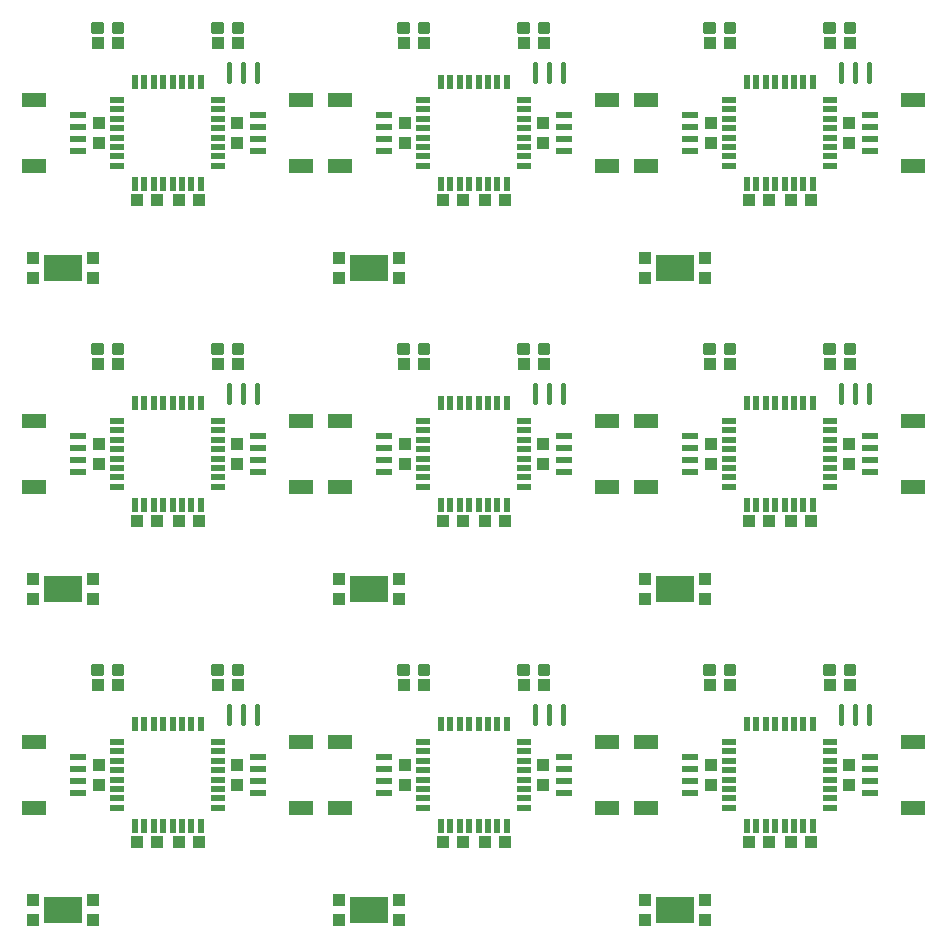
<source format=gtp>
G75*
%MOIN*%
%OFA0B0*%
%FSLAX25Y25*%
%IPPOS*%
%LPD*%
%AMOC8*
5,1,8,0,0,1.08239X$1,22.5*
%
%ADD10R,0.04331X0.03937*%
%ADD11R,0.03937X0.04331*%
%ADD12C,0.01181*%
%ADD13C,0.01772*%
%ADD14R,0.07874X0.04724*%
%ADD15R,0.05315X0.02362*%
%ADD16R,0.13000X0.08800*%
%ADD17R,0.05000X0.02200*%
%ADD18R,0.02200X0.05000*%
D10*
X0066154Y0059000D03*
X0072846Y0059000D03*
X0080154Y0059000D03*
X0086846Y0059000D03*
X0093154Y0111500D03*
X0099846Y0111500D03*
X0059846Y0111500D03*
X0053154Y0111500D03*
X0066154Y0166000D03*
X0072846Y0166000D03*
X0080154Y0166000D03*
X0086846Y0166000D03*
X0093154Y0218500D03*
X0099846Y0218500D03*
X0059846Y0218500D03*
X0053154Y0218500D03*
X0066154Y0273000D03*
X0072846Y0273000D03*
X0080154Y0273000D03*
X0086846Y0273000D03*
X0093154Y0325500D03*
X0099846Y0325500D03*
X0059846Y0325500D03*
X0053154Y0325500D03*
X0155154Y0325500D03*
X0161846Y0325500D03*
X0195154Y0325500D03*
X0201846Y0325500D03*
X0257154Y0325500D03*
X0263846Y0325500D03*
X0297154Y0325500D03*
X0303846Y0325500D03*
X0290846Y0273000D03*
X0284154Y0273000D03*
X0276846Y0273000D03*
X0270154Y0273000D03*
X0263846Y0218500D03*
X0257154Y0218500D03*
X0297154Y0218500D03*
X0303846Y0218500D03*
X0290846Y0166000D03*
X0284154Y0166000D03*
X0276846Y0166000D03*
X0270154Y0166000D03*
X0263846Y0111500D03*
X0257154Y0111500D03*
X0297154Y0111500D03*
X0303846Y0111500D03*
X0290846Y0059000D03*
X0284154Y0059000D03*
X0276846Y0059000D03*
X0270154Y0059000D03*
X0201846Y0111500D03*
X0195154Y0111500D03*
X0161846Y0111500D03*
X0155154Y0111500D03*
X0168154Y0059000D03*
X0174846Y0059000D03*
X0182154Y0059000D03*
X0188846Y0059000D03*
X0188846Y0166000D03*
X0182154Y0166000D03*
X0174846Y0166000D03*
X0168154Y0166000D03*
X0161846Y0218500D03*
X0155154Y0218500D03*
X0195154Y0218500D03*
X0201846Y0218500D03*
X0188846Y0273000D03*
X0182154Y0273000D03*
X0174846Y0273000D03*
X0168154Y0273000D03*
D11*
X0031500Y0033154D03*
X0031500Y0039846D03*
X0051500Y0039846D03*
X0051500Y0033154D03*
X0053500Y0078154D03*
X0053500Y0084846D03*
X0099500Y0084846D03*
X0099500Y0078154D03*
X0133500Y0039846D03*
X0133500Y0033154D03*
X0153500Y0033154D03*
X0153500Y0039846D03*
X0155500Y0078154D03*
X0155500Y0084846D03*
X0201500Y0084846D03*
X0201500Y0078154D03*
X0235500Y0039846D03*
X0235500Y0033154D03*
X0255500Y0033154D03*
X0255500Y0039846D03*
X0257500Y0078154D03*
X0257500Y0084846D03*
X0303500Y0084846D03*
X0303500Y0078154D03*
X0255500Y0140154D03*
X0255500Y0146846D03*
X0235500Y0146846D03*
X0235500Y0140154D03*
X0257500Y0185154D03*
X0257500Y0191846D03*
X0303500Y0191846D03*
X0303500Y0185154D03*
X0255500Y0247154D03*
X0255500Y0253846D03*
X0235500Y0253846D03*
X0235500Y0247154D03*
X0257500Y0292154D03*
X0257500Y0298846D03*
X0303500Y0298846D03*
X0303500Y0292154D03*
X0201500Y0292154D03*
X0201500Y0298846D03*
X0155500Y0298846D03*
X0155500Y0292154D03*
X0153500Y0253846D03*
X0153500Y0247154D03*
X0133500Y0247154D03*
X0133500Y0253846D03*
X0099500Y0292154D03*
X0099500Y0298846D03*
X0053500Y0298846D03*
X0053500Y0292154D03*
X0051500Y0253846D03*
X0051500Y0247154D03*
X0031500Y0247154D03*
X0031500Y0253846D03*
X0053500Y0191846D03*
X0053500Y0185154D03*
X0051500Y0146846D03*
X0051500Y0140154D03*
X0031500Y0140154D03*
X0031500Y0146846D03*
X0099500Y0185154D03*
X0099500Y0191846D03*
X0133500Y0146846D03*
X0133500Y0140154D03*
X0153500Y0140154D03*
X0153500Y0146846D03*
X0155500Y0185154D03*
X0155500Y0191846D03*
X0201500Y0191846D03*
X0201500Y0185154D03*
D12*
X0203331Y0222122D02*
X0203331Y0224878D01*
X0203331Y0222122D02*
X0200575Y0222122D01*
X0200575Y0224878D01*
X0203331Y0224878D01*
X0203331Y0223302D02*
X0200575Y0223302D01*
X0200575Y0224482D02*
X0203331Y0224482D01*
X0196425Y0224878D02*
X0196425Y0222122D01*
X0193669Y0222122D01*
X0193669Y0224878D01*
X0196425Y0224878D01*
X0196425Y0223302D02*
X0193669Y0223302D01*
X0193669Y0224482D02*
X0196425Y0224482D01*
X0160575Y0224878D02*
X0160575Y0222122D01*
X0160575Y0224878D02*
X0163331Y0224878D01*
X0163331Y0222122D01*
X0160575Y0222122D01*
X0160575Y0223302D02*
X0163331Y0223302D01*
X0163331Y0224482D02*
X0160575Y0224482D01*
X0153669Y0224878D02*
X0153669Y0222122D01*
X0153669Y0224878D02*
X0156425Y0224878D01*
X0156425Y0222122D01*
X0153669Y0222122D01*
X0153669Y0223302D02*
X0156425Y0223302D01*
X0156425Y0224482D02*
X0153669Y0224482D01*
X0101331Y0224878D02*
X0101331Y0222122D01*
X0098575Y0222122D01*
X0098575Y0224878D01*
X0101331Y0224878D01*
X0101331Y0223302D02*
X0098575Y0223302D01*
X0098575Y0224482D02*
X0101331Y0224482D01*
X0094425Y0224878D02*
X0094425Y0222122D01*
X0091669Y0222122D01*
X0091669Y0224878D01*
X0094425Y0224878D01*
X0094425Y0223302D02*
X0091669Y0223302D01*
X0091669Y0224482D02*
X0094425Y0224482D01*
X0058575Y0224878D02*
X0058575Y0222122D01*
X0058575Y0224878D02*
X0061331Y0224878D01*
X0061331Y0222122D01*
X0058575Y0222122D01*
X0058575Y0223302D02*
X0061331Y0223302D01*
X0061331Y0224482D02*
X0058575Y0224482D01*
X0051669Y0224878D02*
X0051669Y0222122D01*
X0051669Y0224878D02*
X0054425Y0224878D01*
X0054425Y0222122D01*
X0051669Y0222122D01*
X0051669Y0223302D02*
X0054425Y0223302D01*
X0054425Y0224482D02*
X0051669Y0224482D01*
X0051669Y0329122D02*
X0051669Y0331878D01*
X0054425Y0331878D01*
X0054425Y0329122D01*
X0051669Y0329122D01*
X0051669Y0330302D02*
X0054425Y0330302D01*
X0054425Y0331482D02*
X0051669Y0331482D01*
X0058575Y0331878D02*
X0058575Y0329122D01*
X0058575Y0331878D02*
X0061331Y0331878D01*
X0061331Y0329122D01*
X0058575Y0329122D01*
X0058575Y0330302D02*
X0061331Y0330302D01*
X0061331Y0331482D02*
X0058575Y0331482D01*
X0094425Y0331878D02*
X0094425Y0329122D01*
X0091669Y0329122D01*
X0091669Y0331878D01*
X0094425Y0331878D01*
X0094425Y0330302D02*
X0091669Y0330302D01*
X0091669Y0331482D02*
X0094425Y0331482D01*
X0101331Y0331878D02*
X0101331Y0329122D01*
X0098575Y0329122D01*
X0098575Y0331878D01*
X0101331Y0331878D01*
X0101331Y0330302D02*
X0098575Y0330302D01*
X0098575Y0331482D02*
X0101331Y0331482D01*
X0153669Y0331878D02*
X0153669Y0329122D01*
X0153669Y0331878D02*
X0156425Y0331878D01*
X0156425Y0329122D01*
X0153669Y0329122D01*
X0153669Y0330302D02*
X0156425Y0330302D01*
X0156425Y0331482D02*
X0153669Y0331482D01*
X0160575Y0331878D02*
X0160575Y0329122D01*
X0160575Y0331878D02*
X0163331Y0331878D01*
X0163331Y0329122D01*
X0160575Y0329122D01*
X0160575Y0330302D02*
X0163331Y0330302D01*
X0163331Y0331482D02*
X0160575Y0331482D01*
X0196425Y0331878D02*
X0196425Y0329122D01*
X0193669Y0329122D01*
X0193669Y0331878D01*
X0196425Y0331878D01*
X0196425Y0330302D02*
X0193669Y0330302D01*
X0193669Y0331482D02*
X0196425Y0331482D01*
X0203331Y0331878D02*
X0203331Y0329122D01*
X0200575Y0329122D01*
X0200575Y0331878D01*
X0203331Y0331878D01*
X0203331Y0330302D02*
X0200575Y0330302D01*
X0200575Y0331482D02*
X0203331Y0331482D01*
X0255669Y0331878D02*
X0255669Y0329122D01*
X0255669Y0331878D02*
X0258425Y0331878D01*
X0258425Y0329122D01*
X0255669Y0329122D01*
X0255669Y0330302D02*
X0258425Y0330302D01*
X0258425Y0331482D02*
X0255669Y0331482D01*
X0262575Y0331878D02*
X0262575Y0329122D01*
X0262575Y0331878D02*
X0265331Y0331878D01*
X0265331Y0329122D01*
X0262575Y0329122D01*
X0262575Y0330302D02*
X0265331Y0330302D01*
X0265331Y0331482D02*
X0262575Y0331482D01*
X0298425Y0331878D02*
X0298425Y0329122D01*
X0295669Y0329122D01*
X0295669Y0331878D01*
X0298425Y0331878D01*
X0298425Y0330302D02*
X0295669Y0330302D01*
X0295669Y0331482D02*
X0298425Y0331482D01*
X0305331Y0331878D02*
X0305331Y0329122D01*
X0302575Y0329122D01*
X0302575Y0331878D01*
X0305331Y0331878D01*
X0305331Y0330302D02*
X0302575Y0330302D01*
X0302575Y0331482D02*
X0305331Y0331482D01*
X0305331Y0224878D02*
X0305331Y0222122D01*
X0302575Y0222122D01*
X0302575Y0224878D01*
X0305331Y0224878D01*
X0305331Y0223302D02*
X0302575Y0223302D01*
X0302575Y0224482D02*
X0305331Y0224482D01*
X0298425Y0224878D02*
X0298425Y0222122D01*
X0295669Y0222122D01*
X0295669Y0224878D01*
X0298425Y0224878D01*
X0298425Y0223302D02*
X0295669Y0223302D01*
X0295669Y0224482D02*
X0298425Y0224482D01*
X0262575Y0224878D02*
X0262575Y0222122D01*
X0262575Y0224878D02*
X0265331Y0224878D01*
X0265331Y0222122D01*
X0262575Y0222122D01*
X0262575Y0223302D02*
X0265331Y0223302D01*
X0265331Y0224482D02*
X0262575Y0224482D01*
X0255669Y0224878D02*
X0255669Y0222122D01*
X0255669Y0224878D02*
X0258425Y0224878D01*
X0258425Y0222122D01*
X0255669Y0222122D01*
X0255669Y0223302D02*
X0258425Y0223302D01*
X0258425Y0224482D02*
X0255669Y0224482D01*
X0255669Y0117878D02*
X0255669Y0115122D01*
X0255669Y0117878D02*
X0258425Y0117878D01*
X0258425Y0115122D01*
X0255669Y0115122D01*
X0255669Y0116302D02*
X0258425Y0116302D01*
X0258425Y0117482D02*
X0255669Y0117482D01*
X0262575Y0117878D02*
X0262575Y0115122D01*
X0262575Y0117878D02*
X0265331Y0117878D01*
X0265331Y0115122D01*
X0262575Y0115122D01*
X0262575Y0116302D02*
X0265331Y0116302D01*
X0265331Y0117482D02*
X0262575Y0117482D01*
X0298425Y0117878D02*
X0298425Y0115122D01*
X0295669Y0115122D01*
X0295669Y0117878D01*
X0298425Y0117878D01*
X0298425Y0116302D02*
X0295669Y0116302D01*
X0295669Y0117482D02*
X0298425Y0117482D01*
X0305331Y0117878D02*
X0305331Y0115122D01*
X0302575Y0115122D01*
X0302575Y0117878D01*
X0305331Y0117878D01*
X0305331Y0116302D02*
X0302575Y0116302D01*
X0302575Y0117482D02*
X0305331Y0117482D01*
X0203331Y0117878D02*
X0203331Y0115122D01*
X0200575Y0115122D01*
X0200575Y0117878D01*
X0203331Y0117878D01*
X0203331Y0116302D02*
X0200575Y0116302D01*
X0200575Y0117482D02*
X0203331Y0117482D01*
X0196425Y0117878D02*
X0196425Y0115122D01*
X0193669Y0115122D01*
X0193669Y0117878D01*
X0196425Y0117878D01*
X0196425Y0116302D02*
X0193669Y0116302D01*
X0193669Y0117482D02*
X0196425Y0117482D01*
X0160575Y0117878D02*
X0160575Y0115122D01*
X0160575Y0117878D02*
X0163331Y0117878D01*
X0163331Y0115122D01*
X0160575Y0115122D01*
X0160575Y0116302D02*
X0163331Y0116302D01*
X0163331Y0117482D02*
X0160575Y0117482D01*
X0153669Y0117878D02*
X0153669Y0115122D01*
X0153669Y0117878D02*
X0156425Y0117878D01*
X0156425Y0115122D01*
X0153669Y0115122D01*
X0153669Y0116302D02*
X0156425Y0116302D01*
X0156425Y0117482D02*
X0153669Y0117482D01*
X0101331Y0117878D02*
X0101331Y0115122D01*
X0098575Y0115122D01*
X0098575Y0117878D01*
X0101331Y0117878D01*
X0101331Y0116302D02*
X0098575Y0116302D01*
X0098575Y0117482D02*
X0101331Y0117482D01*
X0094425Y0117878D02*
X0094425Y0115122D01*
X0091669Y0115122D01*
X0091669Y0117878D01*
X0094425Y0117878D01*
X0094425Y0116302D02*
X0091669Y0116302D01*
X0091669Y0117482D02*
X0094425Y0117482D01*
X0058575Y0117878D02*
X0058575Y0115122D01*
X0058575Y0117878D02*
X0061331Y0117878D01*
X0061331Y0115122D01*
X0058575Y0115122D01*
X0058575Y0116302D02*
X0061331Y0116302D01*
X0061331Y0117482D02*
X0058575Y0117482D01*
X0051669Y0117878D02*
X0051669Y0115122D01*
X0051669Y0117878D02*
X0054425Y0117878D01*
X0054425Y0115122D01*
X0051669Y0115122D01*
X0051669Y0116302D02*
X0054425Y0116302D01*
X0054425Y0117482D02*
X0051669Y0117482D01*
D13*
X0096776Y0104364D02*
X0096776Y0098636D01*
X0101500Y0098636D02*
X0101500Y0104364D01*
X0106224Y0104364D02*
X0106224Y0098636D01*
X0198776Y0098636D02*
X0198776Y0104364D01*
X0203500Y0104364D02*
X0203500Y0098636D01*
X0208224Y0098636D02*
X0208224Y0104364D01*
X0300776Y0104364D02*
X0300776Y0098636D01*
X0305500Y0098636D02*
X0305500Y0104364D01*
X0310224Y0104364D02*
X0310224Y0098636D01*
X0310224Y0205636D02*
X0310224Y0211364D01*
X0305500Y0211364D02*
X0305500Y0205636D01*
X0300776Y0205636D02*
X0300776Y0211364D01*
X0208224Y0211364D02*
X0208224Y0205636D01*
X0203500Y0205636D02*
X0203500Y0211364D01*
X0198776Y0211364D02*
X0198776Y0205636D01*
X0106224Y0205636D02*
X0106224Y0211364D01*
X0101500Y0211364D02*
X0101500Y0205636D01*
X0096776Y0205636D02*
X0096776Y0211364D01*
X0096776Y0312636D02*
X0096776Y0318364D01*
X0101500Y0318364D02*
X0101500Y0312636D01*
X0106224Y0312636D02*
X0106224Y0318364D01*
X0198776Y0318364D02*
X0198776Y0312636D01*
X0203500Y0312636D02*
X0203500Y0318364D01*
X0208224Y0318364D02*
X0208224Y0312636D01*
X0300776Y0312636D02*
X0300776Y0318364D01*
X0305500Y0318364D02*
X0305500Y0312636D01*
X0310224Y0312636D02*
X0310224Y0318364D01*
D14*
X0324969Y0306524D03*
X0324969Y0284476D03*
X0324969Y0199524D03*
X0324969Y0177476D03*
X0324969Y0092524D03*
X0324969Y0070476D03*
X0236031Y0070476D03*
X0222969Y0070476D03*
X0222969Y0092524D03*
X0236031Y0092524D03*
X0236031Y0177476D03*
X0222969Y0177476D03*
X0222969Y0199524D03*
X0236031Y0199524D03*
X0236031Y0284476D03*
X0222969Y0284476D03*
X0222969Y0306524D03*
X0236031Y0306524D03*
X0134031Y0306524D03*
X0120969Y0306524D03*
X0120969Y0284476D03*
X0134031Y0284476D03*
X0134031Y0199524D03*
X0120969Y0199524D03*
X0120969Y0177476D03*
X0134031Y0177476D03*
X0134031Y0092524D03*
X0120969Y0092524D03*
X0120969Y0070476D03*
X0134031Y0070476D03*
X0032031Y0070476D03*
X0032031Y0092524D03*
X0032031Y0177476D03*
X0032031Y0199524D03*
X0032031Y0284476D03*
X0032031Y0306524D03*
D15*
X0046500Y0301406D03*
X0046500Y0297469D03*
X0046500Y0293531D03*
X0046500Y0289594D03*
X0106500Y0289594D03*
X0106500Y0293531D03*
X0106500Y0297469D03*
X0106500Y0301406D03*
X0148500Y0301406D03*
X0148500Y0297469D03*
X0148500Y0293531D03*
X0148500Y0289594D03*
X0208500Y0289594D03*
X0208500Y0293531D03*
X0208500Y0297469D03*
X0208500Y0301406D03*
X0250500Y0301406D03*
X0250500Y0297469D03*
X0250500Y0293531D03*
X0250500Y0289594D03*
X0310500Y0289594D03*
X0310500Y0293531D03*
X0310500Y0297469D03*
X0310500Y0301406D03*
X0310500Y0194406D03*
X0310500Y0190469D03*
X0310500Y0186531D03*
X0310500Y0182594D03*
X0250500Y0182594D03*
X0250500Y0186531D03*
X0250500Y0190469D03*
X0250500Y0194406D03*
X0208500Y0194406D03*
X0208500Y0190469D03*
X0208500Y0186531D03*
X0208500Y0182594D03*
X0148500Y0182594D03*
X0148500Y0186531D03*
X0148500Y0190469D03*
X0148500Y0194406D03*
X0106500Y0194406D03*
X0106500Y0190469D03*
X0106500Y0186531D03*
X0106500Y0182594D03*
X0046500Y0182594D03*
X0046500Y0186531D03*
X0046500Y0190469D03*
X0046500Y0194406D03*
X0046500Y0087406D03*
X0046500Y0083469D03*
X0046500Y0079531D03*
X0046500Y0075594D03*
X0106500Y0075594D03*
X0106500Y0079531D03*
X0106500Y0083469D03*
X0106500Y0087406D03*
X0148500Y0087406D03*
X0148500Y0083469D03*
X0148500Y0079531D03*
X0148500Y0075594D03*
X0208500Y0075594D03*
X0208500Y0079531D03*
X0208500Y0083469D03*
X0208500Y0087406D03*
X0250500Y0087406D03*
X0250500Y0083469D03*
X0250500Y0079531D03*
X0250500Y0075594D03*
X0310500Y0075594D03*
X0310500Y0079531D03*
X0310500Y0083469D03*
X0310500Y0087406D03*
D16*
X0245500Y0036500D03*
X0143500Y0036500D03*
X0041500Y0036500D03*
X0041500Y0143500D03*
X0143500Y0143500D03*
X0245500Y0143500D03*
X0245500Y0250500D03*
X0143500Y0250500D03*
X0041500Y0250500D03*
D17*
X0059600Y0284476D03*
X0059600Y0287626D03*
X0059600Y0290776D03*
X0059600Y0293925D03*
X0059600Y0297075D03*
X0059600Y0300224D03*
X0059600Y0303374D03*
X0059600Y0306524D03*
X0093400Y0306524D03*
X0093400Y0303374D03*
X0093400Y0300224D03*
X0093400Y0297075D03*
X0093400Y0293925D03*
X0093400Y0290776D03*
X0093400Y0287626D03*
X0093400Y0284476D03*
X0161600Y0284476D03*
X0161600Y0287626D03*
X0161600Y0290776D03*
X0161600Y0293925D03*
X0161600Y0297075D03*
X0161600Y0300224D03*
X0161600Y0303374D03*
X0161600Y0306524D03*
X0195400Y0306524D03*
X0195400Y0303374D03*
X0195400Y0300224D03*
X0195400Y0297075D03*
X0195400Y0293925D03*
X0195400Y0290776D03*
X0195400Y0287626D03*
X0195400Y0284476D03*
X0263600Y0284476D03*
X0263600Y0287626D03*
X0263600Y0290776D03*
X0263600Y0293925D03*
X0263600Y0297075D03*
X0263600Y0300224D03*
X0263600Y0303374D03*
X0263600Y0306524D03*
X0297400Y0306524D03*
X0297400Y0303374D03*
X0297400Y0300224D03*
X0297400Y0297075D03*
X0297400Y0293925D03*
X0297400Y0290776D03*
X0297400Y0287626D03*
X0297400Y0284476D03*
X0297400Y0199524D03*
X0297400Y0196374D03*
X0297400Y0193224D03*
X0297400Y0190075D03*
X0297400Y0186925D03*
X0297400Y0183776D03*
X0297400Y0180626D03*
X0297400Y0177476D03*
X0263600Y0177476D03*
X0263600Y0180626D03*
X0263600Y0183776D03*
X0263600Y0186925D03*
X0263600Y0190075D03*
X0263600Y0193224D03*
X0263600Y0196374D03*
X0263600Y0199524D03*
X0195400Y0199524D03*
X0195400Y0196374D03*
X0195400Y0193224D03*
X0195400Y0190075D03*
X0195400Y0186925D03*
X0195400Y0183776D03*
X0195400Y0180626D03*
X0195400Y0177476D03*
X0161600Y0177476D03*
X0161600Y0180626D03*
X0161600Y0183776D03*
X0161600Y0186925D03*
X0161600Y0190075D03*
X0161600Y0193224D03*
X0161600Y0196374D03*
X0161600Y0199524D03*
X0093400Y0199524D03*
X0093400Y0196374D03*
X0093400Y0193224D03*
X0093400Y0190075D03*
X0093400Y0186925D03*
X0093400Y0183776D03*
X0093400Y0180626D03*
X0093400Y0177476D03*
X0059600Y0177476D03*
X0059600Y0180626D03*
X0059600Y0183776D03*
X0059600Y0186925D03*
X0059600Y0190075D03*
X0059600Y0193224D03*
X0059600Y0196374D03*
X0059600Y0199524D03*
X0059600Y0092524D03*
X0059600Y0089374D03*
X0059600Y0086224D03*
X0059600Y0083075D03*
X0059600Y0079925D03*
X0059600Y0076776D03*
X0059600Y0073626D03*
X0059600Y0070476D03*
X0093400Y0070476D03*
X0093400Y0073626D03*
X0093400Y0076776D03*
X0093400Y0079925D03*
X0093400Y0083075D03*
X0093400Y0086224D03*
X0093400Y0089374D03*
X0093400Y0092524D03*
X0161600Y0092524D03*
X0161600Y0089374D03*
X0161600Y0086224D03*
X0161600Y0083075D03*
X0161600Y0079925D03*
X0161600Y0076776D03*
X0161600Y0073626D03*
X0161600Y0070476D03*
X0195400Y0070476D03*
X0195400Y0073626D03*
X0195400Y0076776D03*
X0195400Y0079925D03*
X0195400Y0083075D03*
X0195400Y0086224D03*
X0195400Y0089374D03*
X0195400Y0092524D03*
X0263600Y0092524D03*
X0263600Y0089374D03*
X0263600Y0086224D03*
X0263600Y0083075D03*
X0263600Y0079925D03*
X0263600Y0076776D03*
X0263600Y0073626D03*
X0263600Y0070476D03*
X0297400Y0070476D03*
X0297400Y0073626D03*
X0297400Y0076776D03*
X0297400Y0079925D03*
X0297400Y0083075D03*
X0297400Y0086224D03*
X0297400Y0089374D03*
X0297400Y0092524D03*
D18*
X0291524Y0098400D03*
X0288374Y0098400D03*
X0285224Y0098400D03*
X0282075Y0098400D03*
X0278925Y0098400D03*
X0275776Y0098400D03*
X0272626Y0098400D03*
X0269476Y0098400D03*
X0269476Y0064600D03*
X0272626Y0064600D03*
X0275776Y0064600D03*
X0278925Y0064600D03*
X0282075Y0064600D03*
X0285224Y0064600D03*
X0288374Y0064600D03*
X0291524Y0064600D03*
X0189524Y0064600D03*
X0186374Y0064600D03*
X0183224Y0064600D03*
X0180075Y0064600D03*
X0176925Y0064600D03*
X0173776Y0064600D03*
X0170626Y0064600D03*
X0167476Y0064600D03*
X0167476Y0098400D03*
X0170626Y0098400D03*
X0173776Y0098400D03*
X0176925Y0098400D03*
X0180075Y0098400D03*
X0183224Y0098400D03*
X0186374Y0098400D03*
X0189524Y0098400D03*
X0189524Y0171600D03*
X0186374Y0171600D03*
X0183224Y0171600D03*
X0180075Y0171600D03*
X0176925Y0171600D03*
X0173776Y0171600D03*
X0170626Y0171600D03*
X0167476Y0171600D03*
X0167476Y0205400D03*
X0170626Y0205400D03*
X0173776Y0205400D03*
X0176925Y0205400D03*
X0180075Y0205400D03*
X0183224Y0205400D03*
X0186374Y0205400D03*
X0189524Y0205400D03*
X0189524Y0278600D03*
X0186374Y0278600D03*
X0183224Y0278600D03*
X0180075Y0278600D03*
X0176925Y0278600D03*
X0173776Y0278600D03*
X0170626Y0278600D03*
X0167476Y0278600D03*
X0167476Y0312400D03*
X0170626Y0312400D03*
X0173776Y0312400D03*
X0176925Y0312400D03*
X0180075Y0312400D03*
X0183224Y0312400D03*
X0186374Y0312400D03*
X0189524Y0312400D03*
X0269476Y0312400D03*
X0272626Y0312400D03*
X0275776Y0312400D03*
X0278925Y0312400D03*
X0282075Y0312400D03*
X0285224Y0312400D03*
X0288374Y0312400D03*
X0291524Y0312400D03*
X0291524Y0278600D03*
X0288374Y0278600D03*
X0285224Y0278600D03*
X0282075Y0278600D03*
X0278925Y0278600D03*
X0275776Y0278600D03*
X0272626Y0278600D03*
X0269476Y0278600D03*
X0269476Y0205400D03*
X0272626Y0205400D03*
X0275776Y0205400D03*
X0278925Y0205400D03*
X0282075Y0205400D03*
X0285224Y0205400D03*
X0288374Y0205400D03*
X0291524Y0205400D03*
X0291524Y0171600D03*
X0288374Y0171600D03*
X0285224Y0171600D03*
X0282075Y0171600D03*
X0278925Y0171600D03*
X0275776Y0171600D03*
X0272626Y0171600D03*
X0269476Y0171600D03*
X0087524Y0171600D03*
X0084374Y0171600D03*
X0081224Y0171600D03*
X0078075Y0171600D03*
X0074925Y0171600D03*
X0071776Y0171600D03*
X0068626Y0171600D03*
X0065476Y0171600D03*
X0065476Y0205400D03*
X0068626Y0205400D03*
X0071776Y0205400D03*
X0074925Y0205400D03*
X0078075Y0205400D03*
X0081224Y0205400D03*
X0084374Y0205400D03*
X0087524Y0205400D03*
X0087524Y0278600D03*
X0084374Y0278600D03*
X0081224Y0278600D03*
X0078075Y0278600D03*
X0074925Y0278600D03*
X0071776Y0278600D03*
X0068626Y0278600D03*
X0065476Y0278600D03*
X0065476Y0312400D03*
X0068626Y0312400D03*
X0071776Y0312400D03*
X0074925Y0312400D03*
X0078075Y0312400D03*
X0081224Y0312400D03*
X0084374Y0312400D03*
X0087524Y0312400D03*
X0087524Y0098400D03*
X0084374Y0098400D03*
X0081224Y0098400D03*
X0078075Y0098400D03*
X0074925Y0098400D03*
X0071776Y0098400D03*
X0068626Y0098400D03*
X0065476Y0098400D03*
X0065476Y0064600D03*
X0068626Y0064600D03*
X0071776Y0064600D03*
X0074925Y0064600D03*
X0078075Y0064600D03*
X0081224Y0064600D03*
X0084374Y0064600D03*
X0087524Y0064600D03*
M02*

</source>
